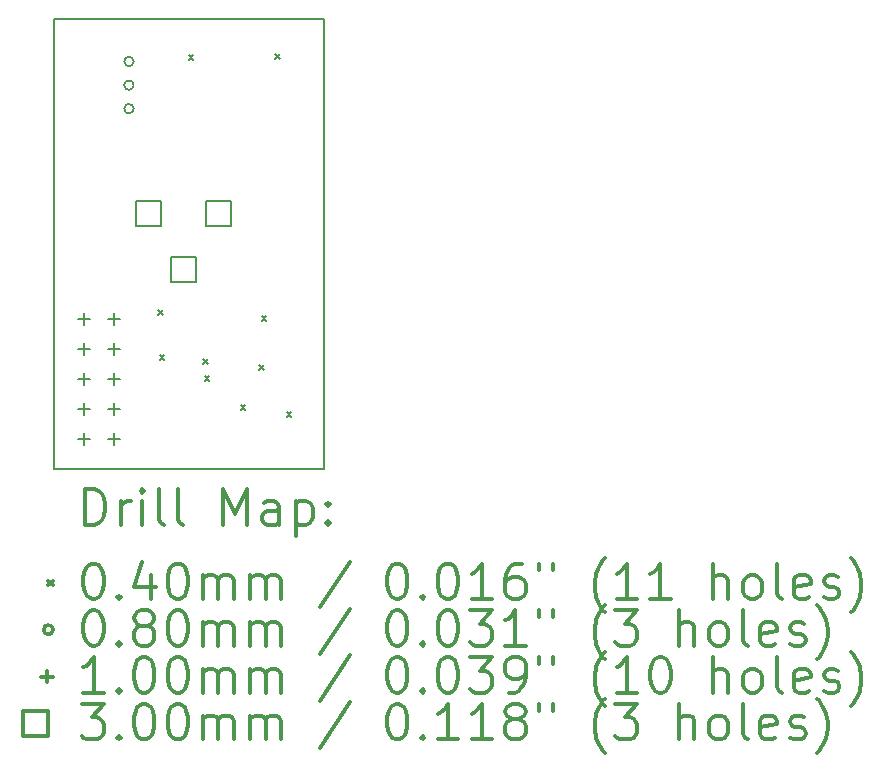
<source format=gbr>
%FSLAX45Y45*%
G04 Gerber Fmt 4.5, Leading zero omitted, Abs format (unit mm)*
G04 Created by KiCad (PCBNEW 4.0.7-e1-6374~58~ubuntu16.04.1) date Sun Aug 13 09:38:44 2017*
%MOMM*%
%LPD*%
G01*
G04 APERTURE LIST*
%ADD10C,0.127000*%
%ADD11C,0.150000*%
%ADD12C,0.200000*%
%ADD13C,0.300000*%
G04 APERTURE END LIST*
D10*
D11*
X15240000Y-6350000D02*
X15240000Y-10160000D01*
X17526000Y-6350000D02*
X15240000Y-6350000D01*
X17526000Y-10160000D02*
X17526000Y-6350000D01*
X17526000Y-10160000D02*
X15240000Y-10160000D01*
D12*
X16120809Y-8815326D02*
X16160809Y-8855326D01*
X16160809Y-8815326D02*
X16120809Y-8855326D01*
X16134400Y-9200200D02*
X16174400Y-9240200D01*
X16174400Y-9200200D02*
X16134400Y-9240200D01*
X16379788Y-6659728D02*
X16419788Y-6699728D01*
X16419788Y-6659728D02*
X16379788Y-6699728D01*
X16502432Y-9234768D02*
X16542432Y-9274768D01*
X16542432Y-9234768D02*
X16502432Y-9274768D01*
X16516452Y-9376987D02*
X16556452Y-9416987D01*
X16556452Y-9376987D02*
X16516452Y-9416987D01*
X16819888Y-9619498D02*
X16859888Y-9659498D01*
X16859888Y-9619498D02*
X16819888Y-9659498D01*
X16974928Y-9282055D02*
X17014928Y-9322055D01*
X17014928Y-9282055D02*
X16974928Y-9322055D01*
X16998000Y-8870000D02*
X17038000Y-8910000D01*
X17038000Y-8870000D02*
X16998000Y-8910000D01*
X17112300Y-6652300D02*
X17152300Y-6692300D01*
X17152300Y-6652300D02*
X17112300Y-6692300D01*
X17112300Y-6652300D02*
X17152300Y-6692300D01*
X17152300Y-6652300D02*
X17112300Y-6692300D01*
X17209178Y-9678485D02*
X17249178Y-9718485D01*
X17249178Y-9678485D02*
X17209178Y-9718485D01*
X15915000Y-6712000D02*
G75*
G03X15915000Y-6712000I-40000J0D01*
G01*
X15915000Y-6912000D02*
G75*
G03X15915000Y-6912000I-40000J0D01*
G01*
X15915000Y-7112000D02*
G75*
G03X15915000Y-7112000I-40000J0D01*
G01*
X15494000Y-8840000D02*
X15494000Y-8940000D01*
X15444000Y-8890000D02*
X15544000Y-8890000D01*
X15494000Y-9094000D02*
X15494000Y-9194000D01*
X15444000Y-9144000D02*
X15544000Y-9144000D01*
X15494000Y-9348000D02*
X15494000Y-9448000D01*
X15444000Y-9398000D02*
X15544000Y-9398000D01*
X15494000Y-9602000D02*
X15494000Y-9702000D01*
X15444000Y-9652000D02*
X15544000Y-9652000D01*
X15494000Y-9856000D02*
X15494000Y-9956000D01*
X15444000Y-9906000D02*
X15544000Y-9906000D01*
X15748000Y-8840000D02*
X15748000Y-8940000D01*
X15698000Y-8890000D02*
X15798000Y-8890000D01*
X15748000Y-9094000D02*
X15748000Y-9194000D01*
X15698000Y-9144000D02*
X15798000Y-9144000D01*
X15748000Y-9348000D02*
X15748000Y-9448000D01*
X15698000Y-9398000D02*
X15798000Y-9398000D01*
X15748000Y-9602000D02*
X15748000Y-9702000D01*
X15698000Y-9652000D02*
X15798000Y-9652000D01*
X15748000Y-9856000D02*
X15748000Y-9956000D01*
X15698000Y-9906000D02*
X15798000Y-9906000D01*
X16143067Y-8107067D02*
X16143067Y-7894933D01*
X15930933Y-7894933D01*
X15930933Y-8107067D01*
X16143067Y-8107067D01*
X16443067Y-8577067D02*
X16443067Y-8364933D01*
X16230933Y-8364933D01*
X16230933Y-8577067D01*
X16443067Y-8577067D01*
X16743067Y-8107067D02*
X16743067Y-7894933D01*
X16530933Y-7894933D01*
X16530933Y-8107067D01*
X16743067Y-8107067D01*
D13*
X15503928Y-10633214D02*
X15503928Y-10333214D01*
X15575357Y-10333214D01*
X15618214Y-10347500D01*
X15646786Y-10376072D01*
X15661071Y-10404643D01*
X15675357Y-10461786D01*
X15675357Y-10504643D01*
X15661071Y-10561786D01*
X15646786Y-10590357D01*
X15618214Y-10618929D01*
X15575357Y-10633214D01*
X15503928Y-10633214D01*
X15803928Y-10633214D02*
X15803928Y-10433214D01*
X15803928Y-10490357D02*
X15818214Y-10461786D01*
X15832500Y-10447500D01*
X15861071Y-10433214D01*
X15889643Y-10433214D01*
X15989643Y-10633214D02*
X15989643Y-10433214D01*
X15989643Y-10333214D02*
X15975357Y-10347500D01*
X15989643Y-10361786D01*
X16003928Y-10347500D01*
X15989643Y-10333214D01*
X15989643Y-10361786D01*
X16175357Y-10633214D02*
X16146786Y-10618929D01*
X16132500Y-10590357D01*
X16132500Y-10333214D01*
X16332500Y-10633214D02*
X16303928Y-10618929D01*
X16289643Y-10590357D01*
X16289643Y-10333214D01*
X16675357Y-10633214D02*
X16675357Y-10333214D01*
X16775357Y-10547500D01*
X16875357Y-10333214D01*
X16875357Y-10633214D01*
X17146786Y-10633214D02*
X17146786Y-10476072D01*
X17132500Y-10447500D01*
X17103929Y-10433214D01*
X17046786Y-10433214D01*
X17018214Y-10447500D01*
X17146786Y-10618929D02*
X17118214Y-10633214D01*
X17046786Y-10633214D01*
X17018214Y-10618929D01*
X17003929Y-10590357D01*
X17003929Y-10561786D01*
X17018214Y-10533214D01*
X17046786Y-10518929D01*
X17118214Y-10518929D01*
X17146786Y-10504643D01*
X17289643Y-10433214D02*
X17289643Y-10733214D01*
X17289643Y-10447500D02*
X17318214Y-10433214D01*
X17375357Y-10433214D01*
X17403929Y-10447500D01*
X17418214Y-10461786D01*
X17432500Y-10490357D01*
X17432500Y-10576072D01*
X17418214Y-10604643D01*
X17403929Y-10618929D01*
X17375357Y-10633214D01*
X17318214Y-10633214D01*
X17289643Y-10618929D01*
X17561071Y-10604643D02*
X17575357Y-10618929D01*
X17561071Y-10633214D01*
X17546786Y-10618929D01*
X17561071Y-10604643D01*
X17561071Y-10633214D01*
X17561071Y-10447500D02*
X17575357Y-10461786D01*
X17561071Y-10476072D01*
X17546786Y-10461786D01*
X17561071Y-10447500D01*
X17561071Y-10476072D01*
X15192500Y-11107500D02*
X15232500Y-11147500D01*
X15232500Y-11107500D02*
X15192500Y-11147500D01*
X15561071Y-10963214D02*
X15589643Y-10963214D01*
X15618214Y-10977500D01*
X15632500Y-10991786D01*
X15646786Y-11020357D01*
X15661071Y-11077500D01*
X15661071Y-11148929D01*
X15646786Y-11206071D01*
X15632500Y-11234643D01*
X15618214Y-11248929D01*
X15589643Y-11263214D01*
X15561071Y-11263214D01*
X15532500Y-11248929D01*
X15518214Y-11234643D01*
X15503928Y-11206071D01*
X15489643Y-11148929D01*
X15489643Y-11077500D01*
X15503928Y-11020357D01*
X15518214Y-10991786D01*
X15532500Y-10977500D01*
X15561071Y-10963214D01*
X15789643Y-11234643D02*
X15803928Y-11248929D01*
X15789643Y-11263214D01*
X15775357Y-11248929D01*
X15789643Y-11234643D01*
X15789643Y-11263214D01*
X16061071Y-11063214D02*
X16061071Y-11263214D01*
X15989643Y-10948929D02*
X15918214Y-11163214D01*
X16103928Y-11163214D01*
X16275357Y-10963214D02*
X16303928Y-10963214D01*
X16332500Y-10977500D01*
X16346786Y-10991786D01*
X16361071Y-11020357D01*
X16375357Y-11077500D01*
X16375357Y-11148929D01*
X16361071Y-11206071D01*
X16346786Y-11234643D01*
X16332500Y-11248929D01*
X16303928Y-11263214D01*
X16275357Y-11263214D01*
X16246786Y-11248929D01*
X16232500Y-11234643D01*
X16218214Y-11206071D01*
X16203928Y-11148929D01*
X16203928Y-11077500D01*
X16218214Y-11020357D01*
X16232500Y-10991786D01*
X16246786Y-10977500D01*
X16275357Y-10963214D01*
X16503928Y-11263214D02*
X16503928Y-11063214D01*
X16503928Y-11091786D02*
X16518214Y-11077500D01*
X16546786Y-11063214D01*
X16589643Y-11063214D01*
X16618214Y-11077500D01*
X16632500Y-11106072D01*
X16632500Y-11263214D01*
X16632500Y-11106072D02*
X16646786Y-11077500D01*
X16675357Y-11063214D01*
X16718214Y-11063214D01*
X16746786Y-11077500D01*
X16761071Y-11106072D01*
X16761071Y-11263214D01*
X16903929Y-11263214D02*
X16903929Y-11063214D01*
X16903929Y-11091786D02*
X16918214Y-11077500D01*
X16946786Y-11063214D01*
X16989643Y-11063214D01*
X17018214Y-11077500D01*
X17032500Y-11106072D01*
X17032500Y-11263214D01*
X17032500Y-11106072D02*
X17046786Y-11077500D01*
X17075357Y-11063214D01*
X17118214Y-11063214D01*
X17146786Y-11077500D01*
X17161071Y-11106072D01*
X17161071Y-11263214D01*
X17746786Y-10948929D02*
X17489643Y-11334643D01*
X18132500Y-10963214D02*
X18161071Y-10963214D01*
X18189643Y-10977500D01*
X18203928Y-10991786D01*
X18218214Y-11020357D01*
X18232500Y-11077500D01*
X18232500Y-11148929D01*
X18218214Y-11206071D01*
X18203928Y-11234643D01*
X18189643Y-11248929D01*
X18161071Y-11263214D01*
X18132500Y-11263214D01*
X18103928Y-11248929D01*
X18089643Y-11234643D01*
X18075357Y-11206071D01*
X18061071Y-11148929D01*
X18061071Y-11077500D01*
X18075357Y-11020357D01*
X18089643Y-10991786D01*
X18103928Y-10977500D01*
X18132500Y-10963214D01*
X18361071Y-11234643D02*
X18375357Y-11248929D01*
X18361071Y-11263214D01*
X18346786Y-11248929D01*
X18361071Y-11234643D01*
X18361071Y-11263214D01*
X18561071Y-10963214D02*
X18589643Y-10963214D01*
X18618214Y-10977500D01*
X18632500Y-10991786D01*
X18646786Y-11020357D01*
X18661071Y-11077500D01*
X18661071Y-11148929D01*
X18646786Y-11206071D01*
X18632500Y-11234643D01*
X18618214Y-11248929D01*
X18589643Y-11263214D01*
X18561071Y-11263214D01*
X18532500Y-11248929D01*
X18518214Y-11234643D01*
X18503928Y-11206071D01*
X18489643Y-11148929D01*
X18489643Y-11077500D01*
X18503928Y-11020357D01*
X18518214Y-10991786D01*
X18532500Y-10977500D01*
X18561071Y-10963214D01*
X18946786Y-11263214D02*
X18775357Y-11263214D01*
X18861071Y-11263214D02*
X18861071Y-10963214D01*
X18832500Y-11006072D01*
X18803928Y-11034643D01*
X18775357Y-11048929D01*
X19203928Y-10963214D02*
X19146786Y-10963214D01*
X19118214Y-10977500D01*
X19103928Y-10991786D01*
X19075357Y-11034643D01*
X19061071Y-11091786D01*
X19061071Y-11206071D01*
X19075357Y-11234643D01*
X19089643Y-11248929D01*
X19118214Y-11263214D01*
X19175357Y-11263214D01*
X19203928Y-11248929D01*
X19218214Y-11234643D01*
X19232500Y-11206071D01*
X19232500Y-11134643D01*
X19218214Y-11106072D01*
X19203928Y-11091786D01*
X19175357Y-11077500D01*
X19118214Y-11077500D01*
X19089643Y-11091786D01*
X19075357Y-11106072D01*
X19061071Y-11134643D01*
X19346786Y-10963214D02*
X19346786Y-11020357D01*
X19461071Y-10963214D02*
X19461071Y-11020357D01*
X19903928Y-11377500D02*
X19889643Y-11363214D01*
X19861071Y-11320357D01*
X19846786Y-11291786D01*
X19832500Y-11248929D01*
X19818214Y-11177500D01*
X19818214Y-11120357D01*
X19832500Y-11048929D01*
X19846786Y-11006072D01*
X19861071Y-10977500D01*
X19889643Y-10934643D01*
X19903928Y-10920357D01*
X20175357Y-11263214D02*
X20003928Y-11263214D01*
X20089643Y-11263214D02*
X20089643Y-10963214D01*
X20061071Y-11006072D01*
X20032500Y-11034643D01*
X20003928Y-11048929D01*
X20461071Y-11263214D02*
X20289643Y-11263214D01*
X20375357Y-11263214D02*
X20375357Y-10963214D01*
X20346786Y-11006072D01*
X20318214Y-11034643D01*
X20289643Y-11048929D01*
X20818214Y-11263214D02*
X20818214Y-10963214D01*
X20946786Y-11263214D02*
X20946786Y-11106072D01*
X20932500Y-11077500D01*
X20903928Y-11063214D01*
X20861071Y-11063214D01*
X20832500Y-11077500D01*
X20818214Y-11091786D01*
X21132500Y-11263214D02*
X21103928Y-11248929D01*
X21089643Y-11234643D01*
X21075357Y-11206071D01*
X21075357Y-11120357D01*
X21089643Y-11091786D01*
X21103928Y-11077500D01*
X21132500Y-11063214D01*
X21175357Y-11063214D01*
X21203928Y-11077500D01*
X21218214Y-11091786D01*
X21232500Y-11120357D01*
X21232500Y-11206071D01*
X21218214Y-11234643D01*
X21203928Y-11248929D01*
X21175357Y-11263214D01*
X21132500Y-11263214D01*
X21403928Y-11263214D02*
X21375357Y-11248929D01*
X21361071Y-11220357D01*
X21361071Y-10963214D01*
X21632500Y-11248929D02*
X21603929Y-11263214D01*
X21546786Y-11263214D01*
X21518214Y-11248929D01*
X21503929Y-11220357D01*
X21503929Y-11106072D01*
X21518214Y-11077500D01*
X21546786Y-11063214D01*
X21603929Y-11063214D01*
X21632500Y-11077500D01*
X21646786Y-11106072D01*
X21646786Y-11134643D01*
X21503929Y-11163214D01*
X21761071Y-11248929D02*
X21789643Y-11263214D01*
X21846786Y-11263214D01*
X21875357Y-11248929D01*
X21889643Y-11220357D01*
X21889643Y-11206071D01*
X21875357Y-11177500D01*
X21846786Y-11163214D01*
X21803929Y-11163214D01*
X21775357Y-11148929D01*
X21761071Y-11120357D01*
X21761071Y-11106072D01*
X21775357Y-11077500D01*
X21803929Y-11063214D01*
X21846786Y-11063214D01*
X21875357Y-11077500D01*
X21989643Y-11377500D02*
X22003929Y-11363214D01*
X22032500Y-11320357D01*
X22046786Y-11291786D01*
X22061071Y-11248929D01*
X22075357Y-11177500D01*
X22075357Y-11120357D01*
X22061071Y-11048929D01*
X22046786Y-11006072D01*
X22032500Y-10977500D01*
X22003929Y-10934643D01*
X21989643Y-10920357D01*
X15232500Y-11523500D02*
G75*
G03X15232500Y-11523500I-40000J0D01*
G01*
X15561071Y-11359214D02*
X15589643Y-11359214D01*
X15618214Y-11373500D01*
X15632500Y-11387786D01*
X15646786Y-11416357D01*
X15661071Y-11473500D01*
X15661071Y-11544929D01*
X15646786Y-11602071D01*
X15632500Y-11630643D01*
X15618214Y-11644929D01*
X15589643Y-11659214D01*
X15561071Y-11659214D01*
X15532500Y-11644929D01*
X15518214Y-11630643D01*
X15503928Y-11602071D01*
X15489643Y-11544929D01*
X15489643Y-11473500D01*
X15503928Y-11416357D01*
X15518214Y-11387786D01*
X15532500Y-11373500D01*
X15561071Y-11359214D01*
X15789643Y-11630643D02*
X15803928Y-11644929D01*
X15789643Y-11659214D01*
X15775357Y-11644929D01*
X15789643Y-11630643D01*
X15789643Y-11659214D01*
X15975357Y-11487786D02*
X15946786Y-11473500D01*
X15932500Y-11459214D01*
X15918214Y-11430643D01*
X15918214Y-11416357D01*
X15932500Y-11387786D01*
X15946786Y-11373500D01*
X15975357Y-11359214D01*
X16032500Y-11359214D01*
X16061071Y-11373500D01*
X16075357Y-11387786D01*
X16089643Y-11416357D01*
X16089643Y-11430643D01*
X16075357Y-11459214D01*
X16061071Y-11473500D01*
X16032500Y-11487786D01*
X15975357Y-11487786D01*
X15946786Y-11502071D01*
X15932500Y-11516357D01*
X15918214Y-11544929D01*
X15918214Y-11602071D01*
X15932500Y-11630643D01*
X15946786Y-11644929D01*
X15975357Y-11659214D01*
X16032500Y-11659214D01*
X16061071Y-11644929D01*
X16075357Y-11630643D01*
X16089643Y-11602071D01*
X16089643Y-11544929D01*
X16075357Y-11516357D01*
X16061071Y-11502071D01*
X16032500Y-11487786D01*
X16275357Y-11359214D02*
X16303928Y-11359214D01*
X16332500Y-11373500D01*
X16346786Y-11387786D01*
X16361071Y-11416357D01*
X16375357Y-11473500D01*
X16375357Y-11544929D01*
X16361071Y-11602071D01*
X16346786Y-11630643D01*
X16332500Y-11644929D01*
X16303928Y-11659214D01*
X16275357Y-11659214D01*
X16246786Y-11644929D01*
X16232500Y-11630643D01*
X16218214Y-11602071D01*
X16203928Y-11544929D01*
X16203928Y-11473500D01*
X16218214Y-11416357D01*
X16232500Y-11387786D01*
X16246786Y-11373500D01*
X16275357Y-11359214D01*
X16503928Y-11659214D02*
X16503928Y-11459214D01*
X16503928Y-11487786D02*
X16518214Y-11473500D01*
X16546786Y-11459214D01*
X16589643Y-11459214D01*
X16618214Y-11473500D01*
X16632500Y-11502071D01*
X16632500Y-11659214D01*
X16632500Y-11502071D02*
X16646786Y-11473500D01*
X16675357Y-11459214D01*
X16718214Y-11459214D01*
X16746786Y-11473500D01*
X16761071Y-11502071D01*
X16761071Y-11659214D01*
X16903929Y-11659214D02*
X16903929Y-11459214D01*
X16903929Y-11487786D02*
X16918214Y-11473500D01*
X16946786Y-11459214D01*
X16989643Y-11459214D01*
X17018214Y-11473500D01*
X17032500Y-11502071D01*
X17032500Y-11659214D01*
X17032500Y-11502071D02*
X17046786Y-11473500D01*
X17075357Y-11459214D01*
X17118214Y-11459214D01*
X17146786Y-11473500D01*
X17161071Y-11502071D01*
X17161071Y-11659214D01*
X17746786Y-11344929D02*
X17489643Y-11730643D01*
X18132500Y-11359214D02*
X18161071Y-11359214D01*
X18189643Y-11373500D01*
X18203928Y-11387786D01*
X18218214Y-11416357D01*
X18232500Y-11473500D01*
X18232500Y-11544929D01*
X18218214Y-11602071D01*
X18203928Y-11630643D01*
X18189643Y-11644929D01*
X18161071Y-11659214D01*
X18132500Y-11659214D01*
X18103928Y-11644929D01*
X18089643Y-11630643D01*
X18075357Y-11602071D01*
X18061071Y-11544929D01*
X18061071Y-11473500D01*
X18075357Y-11416357D01*
X18089643Y-11387786D01*
X18103928Y-11373500D01*
X18132500Y-11359214D01*
X18361071Y-11630643D02*
X18375357Y-11644929D01*
X18361071Y-11659214D01*
X18346786Y-11644929D01*
X18361071Y-11630643D01*
X18361071Y-11659214D01*
X18561071Y-11359214D02*
X18589643Y-11359214D01*
X18618214Y-11373500D01*
X18632500Y-11387786D01*
X18646786Y-11416357D01*
X18661071Y-11473500D01*
X18661071Y-11544929D01*
X18646786Y-11602071D01*
X18632500Y-11630643D01*
X18618214Y-11644929D01*
X18589643Y-11659214D01*
X18561071Y-11659214D01*
X18532500Y-11644929D01*
X18518214Y-11630643D01*
X18503928Y-11602071D01*
X18489643Y-11544929D01*
X18489643Y-11473500D01*
X18503928Y-11416357D01*
X18518214Y-11387786D01*
X18532500Y-11373500D01*
X18561071Y-11359214D01*
X18761071Y-11359214D02*
X18946786Y-11359214D01*
X18846786Y-11473500D01*
X18889643Y-11473500D01*
X18918214Y-11487786D01*
X18932500Y-11502071D01*
X18946786Y-11530643D01*
X18946786Y-11602071D01*
X18932500Y-11630643D01*
X18918214Y-11644929D01*
X18889643Y-11659214D01*
X18803928Y-11659214D01*
X18775357Y-11644929D01*
X18761071Y-11630643D01*
X19232500Y-11659214D02*
X19061071Y-11659214D01*
X19146786Y-11659214D02*
X19146786Y-11359214D01*
X19118214Y-11402071D01*
X19089643Y-11430643D01*
X19061071Y-11444929D01*
X19346786Y-11359214D02*
X19346786Y-11416357D01*
X19461071Y-11359214D02*
X19461071Y-11416357D01*
X19903928Y-11773500D02*
X19889643Y-11759214D01*
X19861071Y-11716357D01*
X19846786Y-11687786D01*
X19832500Y-11644929D01*
X19818214Y-11573500D01*
X19818214Y-11516357D01*
X19832500Y-11444929D01*
X19846786Y-11402071D01*
X19861071Y-11373500D01*
X19889643Y-11330643D01*
X19903928Y-11316357D01*
X19989643Y-11359214D02*
X20175357Y-11359214D01*
X20075357Y-11473500D01*
X20118214Y-11473500D01*
X20146786Y-11487786D01*
X20161071Y-11502071D01*
X20175357Y-11530643D01*
X20175357Y-11602071D01*
X20161071Y-11630643D01*
X20146786Y-11644929D01*
X20118214Y-11659214D01*
X20032500Y-11659214D01*
X20003928Y-11644929D01*
X19989643Y-11630643D01*
X20532500Y-11659214D02*
X20532500Y-11359214D01*
X20661071Y-11659214D02*
X20661071Y-11502071D01*
X20646786Y-11473500D01*
X20618214Y-11459214D01*
X20575357Y-11459214D01*
X20546786Y-11473500D01*
X20532500Y-11487786D01*
X20846786Y-11659214D02*
X20818214Y-11644929D01*
X20803928Y-11630643D01*
X20789643Y-11602071D01*
X20789643Y-11516357D01*
X20803928Y-11487786D01*
X20818214Y-11473500D01*
X20846786Y-11459214D01*
X20889643Y-11459214D01*
X20918214Y-11473500D01*
X20932500Y-11487786D01*
X20946786Y-11516357D01*
X20946786Y-11602071D01*
X20932500Y-11630643D01*
X20918214Y-11644929D01*
X20889643Y-11659214D01*
X20846786Y-11659214D01*
X21118214Y-11659214D02*
X21089643Y-11644929D01*
X21075357Y-11616357D01*
X21075357Y-11359214D01*
X21346786Y-11644929D02*
X21318214Y-11659214D01*
X21261071Y-11659214D01*
X21232500Y-11644929D01*
X21218214Y-11616357D01*
X21218214Y-11502071D01*
X21232500Y-11473500D01*
X21261071Y-11459214D01*
X21318214Y-11459214D01*
X21346786Y-11473500D01*
X21361071Y-11502071D01*
X21361071Y-11530643D01*
X21218214Y-11559214D01*
X21475357Y-11644929D02*
X21503929Y-11659214D01*
X21561071Y-11659214D01*
X21589643Y-11644929D01*
X21603929Y-11616357D01*
X21603929Y-11602071D01*
X21589643Y-11573500D01*
X21561071Y-11559214D01*
X21518214Y-11559214D01*
X21489643Y-11544929D01*
X21475357Y-11516357D01*
X21475357Y-11502071D01*
X21489643Y-11473500D01*
X21518214Y-11459214D01*
X21561071Y-11459214D01*
X21589643Y-11473500D01*
X21703928Y-11773500D02*
X21718214Y-11759214D01*
X21746786Y-11716357D01*
X21761071Y-11687786D01*
X21775357Y-11644929D01*
X21789643Y-11573500D01*
X21789643Y-11516357D01*
X21775357Y-11444929D01*
X21761071Y-11402071D01*
X21746786Y-11373500D01*
X21718214Y-11330643D01*
X21703928Y-11316357D01*
X15182500Y-11869500D02*
X15182500Y-11969500D01*
X15132500Y-11919500D02*
X15232500Y-11919500D01*
X15661071Y-12055214D02*
X15489643Y-12055214D01*
X15575357Y-12055214D02*
X15575357Y-11755214D01*
X15546786Y-11798071D01*
X15518214Y-11826643D01*
X15489643Y-11840929D01*
X15789643Y-12026643D02*
X15803928Y-12040929D01*
X15789643Y-12055214D01*
X15775357Y-12040929D01*
X15789643Y-12026643D01*
X15789643Y-12055214D01*
X15989643Y-11755214D02*
X16018214Y-11755214D01*
X16046786Y-11769500D01*
X16061071Y-11783786D01*
X16075357Y-11812357D01*
X16089643Y-11869500D01*
X16089643Y-11940929D01*
X16075357Y-11998071D01*
X16061071Y-12026643D01*
X16046786Y-12040929D01*
X16018214Y-12055214D01*
X15989643Y-12055214D01*
X15961071Y-12040929D01*
X15946786Y-12026643D01*
X15932500Y-11998071D01*
X15918214Y-11940929D01*
X15918214Y-11869500D01*
X15932500Y-11812357D01*
X15946786Y-11783786D01*
X15961071Y-11769500D01*
X15989643Y-11755214D01*
X16275357Y-11755214D02*
X16303928Y-11755214D01*
X16332500Y-11769500D01*
X16346786Y-11783786D01*
X16361071Y-11812357D01*
X16375357Y-11869500D01*
X16375357Y-11940929D01*
X16361071Y-11998071D01*
X16346786Y-12026643D01*
X16332500Y-12040929D01*
X16303928Y-12055214D01*
X16275357Y-12055214D01*
X16246786Y-12040929D01*
X16232500Y-12026643D01*
X16218214Y-11998071D01*
X16203928Y-11940929D01*
X16203928Y-11869500D01*
X16218214Y-11812357D01*
X16232500Y-11783786D01*
X16246786Y-11769500D01*
X16275357Y-11755214D01*
X16503928Y-12055214D02*
X16503928Y-11855214D01*
X16503928Y-11883786D02*
X16518214Y-11869500D01*
X16546786Y-11855214D01*
X16589643Y-11855214D01*
X16618214Y-11869500D01*
X16632500Y-11898071D01*
X16632500Y-12055214D01*
X16632500Y-11898071D02*
X16646786Y-11869500D01*
X16675357Y-11855214D01*
X16718214Y-11855214D01*
X16746786Y-11869500D01*
X16761071Y-11898071D01*
X16761071Y-12055214D01*
X16903929Y-12055214D02*
X16903929Y-11855214D01*
X16903929Y-11883786D02*
X16918214Y-11869500D01*
X16946786Y-11855214D01*
X16989643Y-11855214D01*
X17018214Y-11869500D01*
X17032500Y-11898071D01*
X17032500Y-12055214D01*
X17032500Y-11898071D02*
X17046786Y-11869500D01*
X17075357Y-11855214D01*
X17118214Y-11855214D01*
X17146786Y-11869500D01*
X17161071Y-11898071D01*
X17161071Y-12055214D01*
X17746786Y-11740929D02*
X17489643Y-12126643D01*
X18132500Y-11755214D02*
X18161071Y-11755214D01*
X18189643Y-11769500D01*
X18203928Y-11783786D01*
X18218214Y-11812357D01*
X18232500Y-11869500D01*
X18232500Y-11940929D01*
X18218214Y-11998071D01*
X18203928Y-12026643D01*
X18189643Y-12040929D01*
X18161071Y-12055214D01*
X18132500Y-12055214D01*
X18103928Y-12040929D01*
X18089643Y-12026643D01*
X18075357Y-11998071D01*
X18061071Y-11940929D01*
X18061071Y-11869500D01*
X18075357Y-11812357D01*
X18089643Y-11783786D01*
X18103928Y-11769500D01*
X18132500Y-11755214D01*
X18361071Y-12026643D02*
X18375357Y-12040929D01*
X18361071Y-12055214D01*
X18346786Y-12040929D01*
X18361071Y-12026643D01*
X18361071Y-12055214D01*
X18561071Y-11755214D02*
X18589643Y-11755214D01*
X18618214Y-11769500D01*
X18632500Y-11783786D01*
X18646786Y-11812357D01*
X18661071Y-11869500D01*
X18661071Y-11940929D01*
X18646786Y-11998071D01*
X18632500Y-12026643D01*
X18618214Y-12040929D01*
X18589643Y-12055214D01*
X18561071Y-12055214D01*
X18532500Y-12040929D01*
X18518214Y-12026643D01*
X18503928Y-11998071D01*
X18489643Y-11940929D01*
X18489643Y-11869500D01*
X18503928Y-11812357D01*
X18518214Y-11783786D01*
X18532500Y-11769500D01*
X18561071Y-11755214D01*
X18761071Y-11755214D02*
X18946786Y-11755214D01*
X18846786Y-11869500D01*
X18889643Y-11869500D01*
X18918214Y-11883786D01*
X18932500Y-11898071D01*
X18946786Y-11926643D01*
X18946786Y-11998071D01*
X18932500Y-12026643D01*
X18918214Y-12040929D01*
X18889643Y-12055214D01*
X18803928Y-12055214D01*
X18775357Y-12040929D01*
X18761071Y-12026643D01*
X19089643Y-12055214D02*
X19146786Y-12055214D01*
X19175357Y-12040929D01*
X19189643Y-12026643D01*
X19218214Y-11983786D01*
X19232500Y-11926643D01*
X19232500Y-11812357D01*
X19218214Y-11783786D01*
X19203928Y-11769500D01*
X19175357Y-11755214D01*
X19118214Y-11755214D01*
X19089643Y-11769500D01*
X19075357Y-11783786D01*
X19061071Y-11812357D01*
X19061071Y-11883786D01*
X19075357Y-11912357D01*
X19089643Y-11926643D01*
X19118214Y-11940929D01*
X19175357Y-11940929D01*
X19203928Y-11926643D01*
X19218214Y-11912357D01*
X19232500Y-11883786D01*
X19346786Y-11755214D02*
X19346786Y-11812357D01*
X19461071Y-11755214D02*
X19461071Y-11812357D01*
X19903928Y-12169500D02*
X19889643Y-12155214D01*
X19861071Y-12112357D01*
X19846786Y-12083786D01*
X19832500Y-12040929D01*
X19818214Y-11969500D01*
X19818214Y-11912357D01*
X19832500Y-11840929D01*
X19846786Y-11798071D01*
X19861071Y-11769500D01*
X19889643Y-11726643D01*
X19903928Y-11712357D01*
X20175357Y-12055214D02*
X20003928Y-12055214D01*
X20089643Y-12055214D02*
X20089643Y-11755214D01*
X20061071Y-11798071D01*
X20032500Y-11826643D01*
X20003928Y-11840929D01*
X20361071Y-11755214D02*
X20389643Y-11755214D01*
X20418214Y-11769500D01*
X20432500Y-11783786D01*
X20446786Y-11812357D01*
X20461071Y-11869500D01*
X20461071Y-11940929D01*
X20446786Y-11998071D01*
X20432500Y-12026643D01*
X20418214Y-12040929D01*
X20389643Y-12055214D01*
X20361071Y-12055214D01*
X20332500Y-12040929D01*
X20318214Y-12026643D01*
X20303928Y-11998071D01*
X20289643Y-11940929D01*
X20289643Y-11869500D01*
X20303928Y-11812357D01*
X20318214Y-11783786D01*
X20332500Y-11769500D01*
X20361071Y-11755214D01*
X20818214Y-12055214D02*
X20818214Y-11755214D01*
X20946786Y-12055214D02*
X20946786Y-11898071D01*
X20932500Y-11869500D01*
X20903928Y-11855214D01*
X20861071Y-11855214D01*
X20832500Y-11869500D01*
X20818214Y-11883786D01*
X21132500Y-12055214D02*
X21103928Y-12040929D01*
X21089643Y-12026643D01*
X21075357Y-11998071D01*
X21075357Y-11912357D01*
X21089643Y-11883786D01*
X21103928Y-11869500D01*
X21132500Y-11855214D01*
X21175357Y-11855214D01*
X21203928Y-11869500D01*
X21218214Y-11883786D01*
X21232500Y-11912357D01*
X21232500Y-11998071D01*
X21218214Y-12026643D01*
X21203928Y-12040929D01*
X21175357Y-12055214D01*
X21132500Y-12055214D01*
X21403928Y-12055214D02*
X21375357Y-12040929D01*
X21361071Y-12012357D01*
X21361071Y-11755214D01*
X21632500Y-12040929D02*
X21603929Y-12055214D01*
X21546786Y-12055214D01*
X21518214Y-12040929D01*
X21503929Y-12012357D01*
X21503929Y-11898071D01*
X21518214Y-11869500D01*
X21546786Y-11855214D01*
X21603929Y-11855214D01*
X21632500Y-11869500D01*
X21646786Y-11898071D01*
X21646786Y-11926643D01*
X21503929Y-11955214D01*
X21761071Y-12040929D02*
X21789643Y-12055214D01*
X21846786Y-12055214D01*
X21875357Y-12040929D01*
X21889643Y-12012357D01*
X21889643Y-11998071D01*
X21875357Y-11969500D01*
X21846786Y-11955214D01*
X21803929Y-11955214D01*
X21775357Y-11940929D01*
X21761071Y-11912357D01*
X21761071Y-11898071D01*
X21775357Y-11869500D01*
X21803929Y-11855214D01*
X21846786Y-11855214D01*
X21875357Y-11869500D01*
X21989643Y-12169500D02*
X22003929Y-12155214D01*
X22032500Y-12112357D01*
X22046786Y-12083786D01*
X22061071Y-12040929D01*
X22075357Y-11969500D01*
X22075357Y-11912357D01*
X22061071Y-11840929D01*
X22046786Y-11798071D01*
X22032500Y-11769500D01*
X22003929Y-11726643D01*
X21989643Y-11712357D01*
X15188567Y-12421567D02*
X15188567Y-12209433D01*
X14976433Y-12209433D01*
X14976433Y-12421567D01*
X15188567Y-12421567D01*
X15475357Y-12151214D02*
X15661071Y-12151214D01*
X15561071Y-12265500D01*
X15603928Y-12265500D01*
X15632500Y-12279786D01*
X15646786Y-12294071D01*
X15661071Y-12322643D01*
X15661071Y-12394071D01*
X15646786Y-12422643D01*
X15632500Y-12436929D01*
X15603928Y-12451214D01*
X15518214Y-12451214D01*
X15489643Y-12436929D01*
X15475357Y-12422643D01*
X15789643Y-12422643D02*
X15803928Y-12436929D01*
X15789643Y-12451214D01*
X15775357Y-12436929D01*
X15789643Y-12422643D01*
X15789643Y-12451214D01*
X15989643Y-12151214D02*
X16018214Y-12151214D01*
X16046786Y-12165500D01*
X16061071Y-12179786D01*
X16075357Y-12208357D01*
X16089643Y-12265500D01*
X16089643Y-12336929D01*
X16075357Y-12394071D01*
X16061071Y-12422643D01*
X16046786Y-12436929D01*
X16018214Y-12451214D01*
X15989643Y-12451214D01*
X15961071Y-12436929D01*
X15946786Y-12422643D01*
X15932500Y-12394071D01*
X15918214Y-12336929D01*
X15918214Y-12265500D01*
X15932500Y-12208357D01*
X15946786Y-12179786D01*
X15961071Y-12165500D01*
X15989643Y-12151214D01*
X16275357Y-12151214D02*
X16303928Y-12151214D01*
X16332500Y-12165500D01*
X16346786Y-12179786D01*
X16361071Y-12208357D01*
X16375357Y-12265500D01*
X16375357Y-12336929D01*
X16361071Y-12394071D01*
X16346786Y-12422643D01*
X16332500Y-12436929D01*
X16303928Y-12451214D01*
X16275357Y-12451214D01*
X16246786Y-12436929D01*
X16232500Y-12422643D01*
X16218214Y-12394071D01*
X16203928Y-12336929D01*
X16203928Y-12265500D01*
X16218214Y-12208357D01*
X16232500Y-12179786D01*
X16246786Y-12165500D01*
X16275357Y-12151214D01*
X16503928Y-12451214D02*
X16503928Y-12251214D01*
X16503928Y-12279786D02*
X16518214Y-12265500D01*
X16546786Y-12251214D01*
X16589643Y-12251214D01*
X16618214Y-12265500D01*
X16632500Y-12294071D01*
X16632500Y-12451214D01*
X16632500Y-12294071D02*
X16646786Y-12265500D01*
X16675357Y-12251214D01*
X16718214Y-12251214D01*
X16746786Y-12265500D01*
X16761071Y-12294071D01*
X16761071Y-12451214D01*
X16903929Y-12451214D02*
X16903929Y-12251214D01*
X16903929Y-12279786D02*
X16918214Y-12265500D01*
X16946786Y-12251214D01*
X16989643Y-12251214D01*
X17018214Y-12265500D01*
X17032500Y-12294071D01*
X17032500Y-12451214D01*
X17032500Y-12294071D02*
X17046786Y-12265500D01*
X17075357Y-12251214D01*
X17118214Y-12251214D01*
X17146786Y-12265500D01*
X17161071Y-12294071D01*
X17161071Y-12451214D01*
X17746786Y-12136929D02*
X17489643Y-12522643D01*
X18132500Y-12151214D02*
X18161071Y-12151214D01*
X18189643Y-12165500D01*
X18203928Y-12179786D01*
X18218214Y-12208357D01*
X18232500Y-12265500D01*
X18232500Y-12336929D01*
X18218214Y-12394071D01*
X18203928Y-12422643D01*
X18189643Y-12436929D01*
X18161071Y-12451214D01*
X18132500Y-12451214D01*
X18103928Y-12436929D01*
X18089643Y-12422643D01*
X18075357Y-12394071D01*
X18061071Y-12336929D01*
X18061071Y-12265500D01*
X18075357Y-12208357D01*
X18089643Y-12179786D01*
X18103928Y-12165500D01*
X18132500Y-12151214D01*
X18361071Y-12422643D02*
X18375357Y-12436929D01*
X18361071Y-12451214D01*
X18346786Y-12436929D01*
X18361071Y-12422643D01*
X18361071Y-12451214D01*
X18661071Y-12451214D02*
X18489643Y-12451214D01*
X18575357Y-12451214D02*
X18575357Y-12151214D01*
X18546786Y-12194071D01*
X18518214Y-12222643D01*
X18489643Y-12236929D01*
X18946786Y-12451214D02*
X18775357Y-12451214D01*
X18861071Y-12451214D02*
X18861071Y-12151214D01*
X18832500Y-12194071D01*
X18803928Y-12222643D01*
X18775357Y-12236929D01*
X19118214Y-12279786D02*
X19089643Y-12265500D01*
X19075357Y-12251214D01*
X19061071Y-12222643D01*
X19061071Y-12208357D01*
X19075357Y-12179786D01*
X19089643Y-12165500D01*
X19118214Y-12151214D01*
X19175357Y-12151214D01*
X19203928Y-12165500D01*
X19218214Y-12179786D01*
X19232500Y-12208357D01*
X19232500Y-12222643D01*
X19218214Y-12251214D01*
X19203928Y-12265500D01*
X19175357Y-12279786D01*
X19118214Y-12279786D01*
X19089643Y-12294071D01*
X19075357Y-12308357D01*
X19061071Y-12336929D01*
X19061071Y-12394071D01*
X19075357Y-12422643D01*
X19089643Y-12436929D01*
X19118214Y-12451214D01*
X19175357Y-12451214D01*
X19203928Y-12436929D01*
X19218214Y-12422643D01*
X19232500Y-12394071D01*
X19232500Y-12336929D01*
X19218214Y-12308357D01*
X19203928Y-12294071D01*
X19175357Y-12279786D01*
X19346786Y-12151214D02*
X19346786Y-12208357D01*
X19461071Y-12151214D02*
X19461071Y-12208357D01*
X19903928Y-12565500D02*
X19889643Y-12551214D01*
X19861071Y-12508357D01*
X19846786Y-12479786D01*
X19832500Y-12436929D01*
X19818214Y-12365500D01*
X19818214Y-12308357D01*
X19832500Y-12236929D01*
X19846786Y-12194071D01*
X19861071Y-12165500D01*
X19889643Y-12122643D01*
X19903928Y-12108357D01*
X19989643Y-12151214D02*
X20175357Y-12151214D01*
X20075357Y-12265500D01*
X20118214Y-12265500D01*
X20146786Y-12279786D01*
X20161071Y-12294071D01*
X20175357Y-12322643D01*
X20175357Y-12394071D01*
X20161071Y-12422643D01*
X20146786Y-12436929D01*
X20118214Y-12451214D01*
X20032500Y-12451214D01*
X20003928Y-12436929D01*
X19989643Y-12422643D01*
X20532500Y-12451214D02*
X20532500Y-12151214D01*
X20661071Y-12451214D02*
X20661071Y-12294071D01*
X20646786Y-12265500D01*
X20618214Y-12251214D01*
X20575357Y-12251214D01*
X20546786Y-12265500D01*
X20532500Y-12279786D01*
X20846786Y-12451214D02*
X20818214Y-12436929D01*
X20803928Y-12422643D01*
X20789643Y-12394071D01*
X20789643Y-12308357D01*
X20803928Y-12279786D01*
X20818214Y-12265500D01*
X20846786Y-12251214D01*
X20889643Y-12251214D01*
X20918214Y-12265500D01*
X20932500Y-12279786D01*
X20946786Y-12308357D01*
X20946786Y-12394071D01*
X20932500Y-12422643D01*
X20918214Y-12436929D01*
X20889643Y-12451214D01*
X20846786Y-12451214D01*
X21118214Y-12451214D02*
X21089643Y-12436929D01*
X21075357Y-12408357D01*
X21075357Y-12151214D01*
X21346786Y-12436929D02*
X21318214Y-12451214D01*
X21261071Y-12451214D01*
X21232500Y-12436929D01*
X21218214Y-12408357D01*
X21218214Y-12294071D01*
X21232500Y-12265500D01*
X21261071Y-12251214D01*
X21318214Y-12251214D01*
X21346786Y-12265500D01*
X21361071Y-12294071D01*
X21361071Y-12322643D01*
X21218214Y-12351214D01*
X21475357Y-12436929D02*
X21503929Y-12451214D01*
X21561071Y-12451214D01*
X21589643Y-12436929D01*
X21603929Y-12408357D01*
X21603929Y-12394071D01*
X21589643Y-12365500D01*
X21561071Y-12351214D01*
X21518214Y-12351214D01*
X21489643Y-12336929D01*
X21475357Y-12308357D01*
X21475357Y-12294071D01*
X21489643Y-12265500D01*
X21518214Y-12251214D01*
X21561071Y-12251214D01*
X21589643Y-12265500D01*
X21703928Y-12565500D02*
X21718214Y-12551214D01*
X21746786Y-12508357D01*
X21761071Y-12479786D01*
X21775357Y-12436929D01*
X21789643Y-12365500D01*
X21789643Y-12308357D01*
X21775357Y-12236929D01*
X21761071Y-12194071D01*
X21746786Y-12165500D01*
X21718214Y-12122643D01*
X21703928Y-12108357D01*
M02*

</source>
